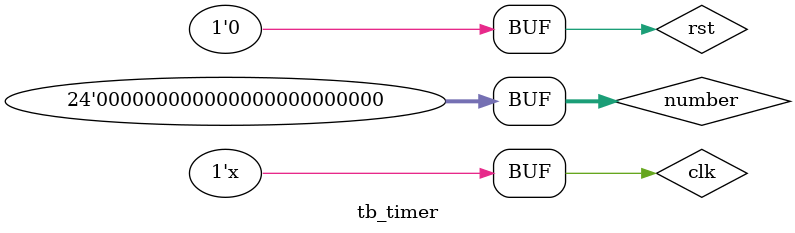
<source format=sv>
`timescale 1ns / 1ps

module tb_timer();
    logic clk,rst;

    logic [23:0] number;
    

    initial begin
        clk = 1'b0;
        rst = 1'b0;

        number[23:0] = 24'd0;
    end

    always 
        #1 clk = ~ clk;

    timer  #(.T_HOLD(5)) timer_inst(
        .clk(clk),
        .rst(rst),
        .number(number[23:0])
    );

endmodule
</source>
